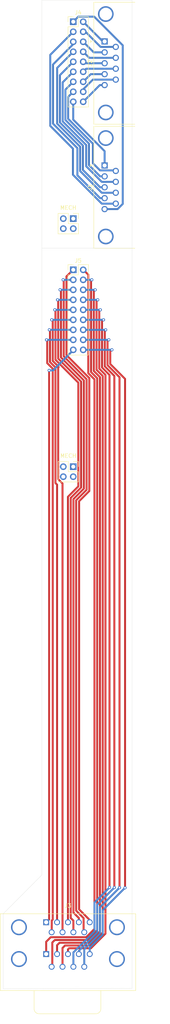
<source format=kicad_pcb>
(kicad_pcb (version 20171130) (host pcbnew "(5.1.6-0-10_14)")

  (general
    (thickness 1.6)
    (drawings 12)
    (tracks 262)
    (zones 0)
    (modules 7)
    (nets 37)
  )

  (page A4 portrait)
  (title_block
    (title "A600 Mouse/Joystick port relocator")
    (date 2020-10-01)
    (company "Gray Unicorn")
    (comment 1 "Adam Eberbach")
    (comment 2 "MIT License")
  )

  (layers
    (0 F.Cu signal)
    (31 B.Cu signal)
    (32 B.Adhes user hide)
    (33 F.Adhes user hide)
    (34 B.Paste user hide)
    (35 F.Paste user hide)
    (36 B.SilkS user hide)
    (37 F.SilkS user)
    (38 B.Mask user)
    (39 F.Mask user)
    (40 Dwgs.User user)
    (41 Cmts.User user)
    (42 Eco1.User user)
    (43 Eco2.User user)
    (44 Edge.Cuts user)
    (45 Margin user)
    (46 B.CrtYd user)
    (47 F.CrtYd user)
    (48 B.Fab user)
    (49 F.Fab user)
  )

  (setup
    (last_trace_width 0.5)
    (user_trace_width 0.5)
    (user_trace_width 1)
    (trace_clearance 0.2)
    (zone_clearance 0.508)
    (zone_45_only no)
    (trace_min 0.2)
    (via_size 0.8)
    (via_drill 0.4)
    (via_min_size 0.4)
    (via_min_drill 0.3)
    (uvia_size 0.3)
    (uvia_drill 0.1)
    (uvias_allowed no)
    (uvia_min_size 0.2)
    (uvia_min_drill 0.1)
    (edge_width 0.05)
    (segment_width 0.2)
    (pcb_text_width 0.3)
    (pcb_text_size 1.5 1.5)
    (mod_edge_width 0.12)
    (mod_text_size 1 1)
    (mod_text_width 0.15)
    (pad_size 1.524 1.524)
    (pad_drill 1.016)
    (pad_to_mask_clearance 0.05)
    (aux_axis_origin 0 0)
    (grid_origin 130.98526 109.00156)
    (visible_elements 7FFFFFFF)
    (pcbplotparams
      (layerselection 0x010fc_ffffffff)
      (usegerberextensions false)
      (usegerberattributes true)
      (usegerberadvancedattributes true)
      (creategerberjobfile true)
      (excludeedgelayer true)
      (linewidth 0.100000)
      (plotframeref false)
      (viasonmask false)
      (mode 1)
      (useauxorigin false)
      (hpglpennumber 1)
      (hpglpenspeed 20)
      (hpglpendiameter 15.000000)
      (psnegative false)
      (psa4output false)
      (plotreference true)
      (plotvalue true)
      (plotinvisibletext false)
      (padsonsilk false)
      (subtractmaskfromsilk false)
      (outputformat 1)
      (mirror false)
      (drillshape 1)
      (scaleselection 1)
      (outputdirectory ""))
  )

  (net 0 "")
  (net 1 "Net-(J1-Pad1)")
  (net 2 "Net-(J1-Pad2)")
  (net 3 "Net-(J1-Pad3)")
  (net 4 "Net-(J1-Pad4)")
  (net 5 "Net-(J1-Pad5)")
  (net 6 "Net-(J1-Pad6)")
  (net 7 "Net-(J1-Pad7)")
  (net 8 "Net-(J1-Pad8)")
  (net 9 "Net-(J1-Pad9)")
  (net 10 "Net-(J2-Pad9)")
  (net 11 "Net-(J2-Pad8)")
  (net 12 "Net-(J2-Pad7)")
  (net 13 "Net-(J2-Pad6)")
  (net 14 "Net-(J2-Pad5)")
  (net 15 "Net-(J2-Pad4)")
  (net 16 "Net-(J2-Pad3)")
  (net 17 "Net-(J2-Pad2)")
  (net 18 "Net-(J2-Pad1)")
  (net 19 "Net-(J3-PadA1)")
  (net 20 "Net-(J3-PadA6)")
  (net 21 "Net-(J3-PadA2)")
  (net 22 "Net-(J3-PadA7)")
  (net 23 "Net-(J3-PadA3)")
  (net 24 "Net-(J3-PadA8)")
  (net 25 "Net-(J3-PadA4)")
  (net 26 "Net-(J3-PadA9)")
  (net 27 "Net-(J3-PadA5)")
  (net 28 "Net-(J3-PadB1)")
  (net 29 "Net-(J3-PadB6)")
  (net 30 "Net-(J3-PadB2)")
  (net 31 "Net-(J3-PadB7)")
  (net 32 "Net-(J3-PadB3)")
  (net 33 "Net-(J3-PadB8)")
  (net 34 "Net-(J3-PadB4)")
  (net 35 "Net-(J3-PadB9)")
  (net 36 "Net-(J3-PadB5)")

  (net_class Default "This is the default net class."
    (clearance 0.2)
    (trace_width 0.25)
    (via_dia 0.8)
    (via_drill 0.4)
    (uvia_dia 0.3)
    (uvia_drill 0.1)
    (add_net "Net-(J1-Pad1)")
    (add_net "Net-(J1-Pad2)")
    (add_net "Net-(J1-Pad3)")
    (add_net "Net-(J1-Pad4)")
    (add_net "Net-(J1-Pad5)")
    (add_net "Net-(J1-Pad6)")
    (add_net "Net-(J1-Pad7)")
    (add_net "Net-(J1-Pad8)")
    (add_net "Net-(J1-Pad9)")
    (add_net "Net-(J2-Pad1)")
    (add_net "Net-(J2-Pad2)")
    (add_net "Net-(J2-Pad3)")
    (add_net "Net-(J2-Pad4)")
    (add_net "Net-(J2-Pad5)")
    (add_net "Net-(J2-Pad6)")
    (add_net "Net-(J2-Pad7)")
    (add_net "Net-(J2-Pad8)")
    (add_net "Net-(J2-Pad9)")
    (add_net "Net-(J3-PadA1)")
    (add_net "Net-(J3-PadA2)")
    (add_net "Net-(J3-PadA3)")
    (add_net "Net-(J3-PadA4)")
    (add_net "Net-(J3-PadA5)")
    (add_net "Net-(J3-PadA6)")
    (add_net "Net-(J3-PadA7)")
    (add_net "Net-(J3-PadA8)")
    (add_net "Net-(J3-PadA9)")
    (add_net "Net-(J3-PadB1)")
    (add_net "Net-(J3-PadB2)")
    (add_net "Net-(J3-PadB3)")
    (add_net "Net-(J3-PadB4)")
    (add_net "Net-(J3-PadB5)")
    (add_net "Net-(J3-PadB6)")
    (add_net "Net-(J3-PadB7)")
    (add_net "Net-(J3-PadB8)")
    (add_net "Net-(J3-PadB9)")
  )

  (module A600:CONN-DUAL-D-SUB-9POS-RA-SLDR (layer F.Cu) (tedit 5F72F312) (tstamp 5EE31203)
    (at 48.18634 262.2169)
    (path /5EE3188A)
    (fp_text reference J3 (at 0 -14.732) (layer F.SilkS)
      (effects (font (size 1 1) (thickness 0.15)))
    )
    (fp_text value DB9-Dual-Male (at 0.254 14.478) (layer F.Fab)
      (effects (font (size 1 1) (thickness 0.15)))
    )
    (fp_line (start 8.382 11.43) (end 8.382 6.858) (layer F.SilkS) (width 0.12))
    (fp_line (start -8.636 11.43) (end -8.636 6.858) (layer F.SilkS) (width 0.12))
    (fp_line (start -7.366 12.7) (end 7.112 12.7) (layer F.SilkS) (width 0.12))
    (fp_line (start 17.272 6.8072) (end -17.272 6.8072) (layer F.SilkS) (width 0.12))
    (fp_line (start 17.272 -12.7) (end 17.272 6.8072) (layer F.SilkS) (width 0.12))
    (fp_line (start -17.272 -12.7) (end -17.272 6.8072) (layer F.SilkS) (width 0.12))
    (fp_line (start -17.272 -12.7) (end 17.272 -12.7) (layer F.SilkS) (width 0.12))
    (fp_arc (start 7.112 11.43) (end 7.112 12.7) (angle -90) (layer F.SilkS) (width 0.12))
    (fp_arc (start -7.366 11.43) (end -8.636 11.43) (angle -90) (layer F.SilkS) (width 0.12))
    (pad "" thru_hole circle (at 12.4968 -1.1938) (size 4.064 4.064) (drill 3.302) (layers *.Cu *.Mask))
    (pad A1 thru_hole rect (at -5.5499 -10.541) (size 1.524 1.524) (drill 1.016) (layers *.Cu *.Mask)
      (net 19 "Net-(J3-PadA1)"))
    (pad "" thru_hole circle (at 12.4968 -9.271) (size 4.064 4.064) (drill 3.302) (layers *.Cu *.Mask))
    (pad "" thru_hole circle (at -12.4968 -9.271) (size 4.064 4.064) (drill 3.302) (layers *.Cu *.Mask))
    (pad "" thru_hole circle (at -12.4968 -1.1938) (size 4.064 4.064) (drill 3.302) (layers *.Cu *.Mask))
    (pad A6 thru_hole circle (at -4.162425 -8.001) (size 1.524 1.524) (drill 1.016) (layers *.Cu *.Mask)
      (net 20 "Net-(J3-PadA6)"))
    (pad A2 thru_hole circle (at -2.77495 -10.541) (size 1.524 1.524) (drill 1.016) (layers *.Cu *.Mask)
      (net 21 "Net-(J3-PadA2)"))
    (pad A7 thru_hole circle (at -1.387475 -8.001) (size 1.524 1.524) (drill 1.016) (layers *.Cu *.Mask)
      (net 22 "Net-(J3-PadA7)"))
    (pad A3 thru_hole circle (at 0 -10.541) (size 1.524 1.524) (drill 1.016) (layers *.Cu *.Mask)
      (net 23 "Net-(J3-PadA3)"))
    (pad A8 thru_hole circle (at 1.387475 -8.001) (size 1.524 1.524) (drill 1.016) (layers *.Cu *.Mask)
      (net 24 "Net-(J3-PadA8)"))
    (pad A4 thru_hole circle (at 2.77495 -10.541) (size 1.524 1.524) (drill 1.016) (layers *.Cu *.Mask)
      (net 25 "Net-(J3-PadA4)"))
    (pad A9 thru_hole circle (at 4.162425 -8.001) (size 1.524 1.524) (drill 1.016) (layers *.Cu *.Mask)
      (net 26 "Net-(J3-PadA9)"))
    (pad A5 thru_hole circle (at 5.5499 -10.541) (size 1.524 1.524) (drill 1.016) (layers *.Cu *.Mask)
      (net 27 "Net-(J3-PadA5)"))
    (pad B1 thru_hole rect (at -5.5499 -2.4638) (size 1.524 1.524) (drill 1.016) (layers *.Cu *.Mask)
      (net 28 "Net-(J3-PadB1)"))
    (pad B6 thru_hole circle (at -4.162425 0.762) (size 1.524 1.524) (drill 1.016) (layers *.Cu *.Mask)
      (net 29 "Net-(J3-PadB6)"))
    (pad B2 thru_hole circle (at -2.77495 -2.4638) (size 1.524 1.524) (drill 1.016) (layers *.Cu *.Mask)
      (net 30 "Net-(J3-PadB2)"))
    (pad B7 thru_hole circle (at -1.387475 0.762) (size 1.524 1.524) (drill 1.016) (layers *.Cu *.Mask)
      (net 31 "Net-(J3-PadB7)"))
    (pad B3 thru_hole circle (at 0 -2.4638) (size 1.524 1.524) (drill 1.016) (layers *.Cu *.Mask)
      (net 32 "Net-(J3-PadB3)"))
    (pad B8 thru_hole circle (at 1.387475 0.762) (size 1.524 1.524) (drill 1.016) (layers *.Cu *.Mask)
      (net 33 "Net-(J3-PadB8)"))
    (pad B4 thru_hole circle (at 2.77495 -2.4638) (size 1.524 1.524) (drill 1.016) (layers *.Cu *.Mask)
      (net 34 "Net-(J3-PadB4)"))
    (pad B9 thru_hole circle (at 4.162425 0.762) (size 1.524 1.524) (drill 1.016) (layers *.Cu *.Mask)
      (net 35 "Net-(J3-PadB9)"))
    (pad B5 thru_hole circle (at 5.5499 -2.4638) (size 1.524 1.524) (drill 1.016) (layers *.Cu *.Mask)
      (net 36 "Net-(J3-PadB5)"))
  )

  (module Connector_PinSocket_2.54mm:PinSocket_2x02_P2.54mm_Vertical locked (layer F.Cu) (tedit 5A19A426) (tstamp 5F7357EF)
    (at 49.53634 135.9769)
    (descr "Through hole straight socket strip, 2x02, 2.54mm pitch, double cols (from Kicad 4.0.7), script generated")
    (tags "Through hole socket strip THT 2x02 2.54mm double row")
    (fp_text reference MECH (at -1.27 -2.77) (layer F.SilkS)
      (effects (font (size 1 1) (thickness 0.15)))
    )
    (fp_text value PinSocket_2x02_P2.54mm_Vertical (at -1.27 5.31) (layer F.Fab)
      (effects (font (size 1 1) (thickness 0.15)))
    )
    (fp_line (start -4.34 4.3) (end -4.34 -1.8) (layer F.CrtYd) (width 0.05))
    (fp_line (start 1.76 4.3) (end -4.34 4.3) (layer F.CrtYd) (width 0.05))
    (fp_line (start 1.76 -1.8) (end 1.76 4.3) (layer F.CrtYd) (width 0.05))
    (fp_line (start -4.34 -1.8) (end 1.76 -1.8) (layer F.CrtYd) (width 0.05))
    (fp_line (start 0 -1.33) (end 1.33 -1.33) (layer F.SilkS) (width 0.12))
    (fp_line (start 1.33 -1.33) (end 1.33 0) (layer F.SilkS) (width 0.12))
    (fp_line (start -1.27 -1.33) (end -1.27 1.27) (layer F.SilkS) (width 0.12))
    (fp_line (start -1.27 1.27) (end 1.33 1.27) (layer F.SilkS) (width 0.12))
    (fp_line (start 1.33 1.27) (end 1.33 3.87) (layer F.SilkS) (width 0.12))
    (fp_line (start -3.87 3.87) (end 1.33 3.87) (layer F.SilkS) (width 0.12))
    (fp_line (start -3.87 -1.33) (end -3.87 3.87) (layer F.SilkS) (width 0.12))
    (fp_line (start -3.87 -1.33) (end -1.27 -1.33) (layer F.SilkS) (width 0.12))
    (fp_line (start -3.81 3.81) (end -3.81 -1.27) (layer F.Fab) (width 0.1))
    (fp_line (start 1.27 3.81) (end -3.81 3.81) (layer F.Fab) (width 0.1))
    (fp_line (start 1.27 -0.27) (end 1.27 3.81) (layer F.Fab) (width 0.1))
    (fp_line (start 0.27 -1.27) (end 1.27 -0.27) (layer F.Fab) (width 0.1))
    (fp_line (start -3.81 -1.27) (end 0.27 -1.27) (layer F.Fab) (width 0.1))
    (fp_text user %R (at -1.27 1.27 90) (layer F.Fab)
      (effects (font (size 1 1) (thickness 0.15)))
    )
    (pad 1 thru_hole rect (at 0 0) (size 1.7 1.7) (drill 1) (layers *.Cu *.Mask))
    (pad 2 thru_hole oval (at -2.54 0) (size 1.7 1.7) (drill 1) (layers *.Cu *.Mask))
    (pad 3 thru_hole oval (at 0 2.54) (size 1.7 1.7) (drill 1) (layers *.Cu *.Mask))
    (pad 4 thru_hole oval (at -2.54 2.54) (size 1.7 1.7) (drill 1) (layers *.Cu *.Mask))
    (model ${KISYS3DMOD}/Connector_PinSocket_2.54mm.3dshapes/PinSocket_2x02_P2.54mm_Vertical.wrl
      (at (xyz 0 0 0))
      (scale (xyz 1 1 1))
      (rotate (xyz 0 0 0))
    )
  )

  (module Connector_PinSocket_2.54mm:PinSocket_2x02_P2.54mm_Vertical locked (layer F.Cu) (tedit 5A19A426) (tstamp 5F7355D3)
    (at 49.53634 72.9769)
    (descr "Through hole straight socket strip, 2x02, 2.54mm pitch, double cols (from Kicad 4.0.7), script generated")
    (tags "Through hole socket strip THT 2x02 2.54mm double row")
    (fp_text reference MECH (at -1.27 -2.77) (layer F.SilkS)
      (effects (font (size 1 1) (thickness 0.15)))
    )
    (fp_text value PinSocket_2x02_P2.54mm_Vertical (at -1.27 5.31) (layer F.Fab)
      (effects (font (size 1 1) (thickness 0.15)))
    )
    (fp_line (start -4.34 4.3) (end -4.34 -1.8) (layer F.CrtYd) (width 0.05))
    (fp_line (start 1.76 4.3) (end -4.34 4.3) (layer F.CrtYd) (width 0.05))
    (fp_line (start 1.76 -1.8) (end 1.76 4.3) (layer F.CrtYd) (width 0.05))
    (fp_line (start -4.34 -1.8) (end 1.76 -1.8) (layer F.CrtYd) (width 0.05))
    (fp_line (start 0 -1.33) (end 1.33 -1.33) (layer F.SilkS) (width 0.12))
    (fp_line (start 1.33 -1.33) (end 1.33 0) (layer F.SilkS) (width 0.12))
    (fp_line (start -1.27 -1.33) (end -1.27 1.27) (layer F.SilkS) (width 0.12))
    (fp_line (start -1.27 1.27) (end 1.33 1.27) (layer F.SilkS) (width 0.12))
    (fp_line (start 1.33 1.27) (end 1.33 3.87) (layer F.SilkS) (width 0.12))
    (fp_line (start -3.87 3.87) (end 1.33 3.87) (layer F.SilkS) (width 0.12))
    (fp_line (start -3.87 -1.33) (end -3.87 3.87) (layer F.SilkS) (width 0.12))
    (fp_line (start -3.87 -1.33) (end -1.27 -1.33) (layer F.SilkS) (width 0.12))
    (fp_line (start -3.81 3.81) (end -3.81 -1.27) (layer F.Fab) (width 0.1))
    (fp_line (start 1.27 3.81) (end -3.81 3.81) (layer F.Fab) (width 0.1))
    (fp_line (start 1.27 -0.27) (end 1.27 3.81) (layer F.Fab) (width 0.1))
    (fp_line (start 0.27 -1.27) (end 1.27 -0.27) (layer F.Fab) (width 0.1))
    (fp_line (start -3.81 -1.27) (end 0.27 -1.27) (layer F.Fab) (width 0.1))
    (fp_text user %R (at -1.27 1.27 90) (layer F.Fab)
      (effects (font (size 1 1) (thickness 0.15)))
    )
    (pad 4 thru_hole oval (at -2.54 2.54) (size 1.7 1.7) (drill 1) (layers *.Cu *.Mask))
    (pad 3 thru_hole oval (at 0 2.54) (size 1.7 1.7) (drill 1) (layers *.Cu *.Mask))
    (pad 2 thru_hole oval (at -2.54 0) (size 1.7 1.7) (drill 1) (layers *.Cu *.Mask))
    (pad 1 thru_hole rect (at 0 0) (size 1.7 1.7) (drill 1) (layers *.Cu *.Mask))
    (model ${KISYS3DMOD}/Connector_PinSocket_2.54mm.3dshapes/PinSocket_2x02_P2.54mm_Vertical.wrl
      (at (xyz 0 0 0))
      (scale (xyz 1 1 1))
      (rotate (xyz 0 0 0))
    )
  )

  (module Connector_Dsub:DSUB-9_Female_Horizontal_P2.77x2.84mm_EdgePinOffset4.94mm_Housed_MountingHolesOffset7.48mm locked (layer F.Cu) (tedit 59FEDEE2) (tstamp 5EE311AC)
    (at 57.53634 59.4769 90)
    (descr "9-pin D-Sub connector, horizontal/angled (90 deg), THT-mount, female, pitch 2.77x2.84mm, pin-PCB-offset 4.9399999999999995mm, distance of mounting holes 25mm, distance of mounting holes to PCB edge 7.4799999999999995mm, see https://disti-assets.s3.amazonaws.com/tonar/files/datasheets/16730.pdf")
    (tags "9-pin D-Sub connector horizontal angled 90deg THT female pitch 2.77x2.84mm pin-PCB-offset 4.9399999999999995mm mounting-holes-distance 25mm mounting-hole-offset 25mm")
    (path /5EE33114)
    (fp_text reference J1 (at -5.54 -3.7 90) (layer F.SilkS)
      (effects (font (size 1 1) (thickness 0.15)))
    )
    (fp_text value DB9_Female (at -5.54 15.85 90) (layer F.Fab)
      (effects (font (size 1 1) (thickness 0.15)))
    )
    (fp_line (start 10.4 -3.25) (end -21.5 -3.25) (layer F.CrtYd) (width 0.05))
    (fp_line (start 10.4 14.85) (end 10.4 -3.25) (layer F.CrtYd) (width 0.05))
    (fp_line (start -21.5 14.85) (end 10.4 14.85) (layer F.CrtYd) (width 0.05))
    (fp_line (start -21.5 -3.25) (end -21.5 14.85) (layer F.CrtYd) (width 0.05))
    (fp_line (start 0 -3.221325) (end -0.25 -3.654338) (layer F.SilkS) (width 0.12))
    (fp_line (start 0.25 -3.654338) (end 0 -3.221325) (layer F.SilkS) (width 0.12))
    (fp_line (start -0.25 -3.654338) (end 0.25 -3.654338) (layer F.SilkS) (width 0.12))
    (fp_line (start 9.945 -2.76) (end 9.945 7.72) (layer F.SilkS) (width 0.12))
    (fp_line (start -21.025 -2.76) (end 9.945 -2.76) (layer F.SilkS) (width 0.12))
    (fp_line (start -21.025 7.72) (end -21.025 -2.76) (layer F.SilkS) (width 0.12))
    (fp_line (start 8.56 7.78) (end 8.56 0.3) (layer F.Fab) (width 0.1))
    (fp_line (start 5.36 7.78) (end 5.36 0.3) (layer F.Fab) (width 0.1))
    (fp_line (start -16.44 7.78) (end -16.44 0.3) (layer F.Fab) (width 0.1))
    (fp_line (start -19.64 7.78) (end -19.64 0.3) (layer F.Fab) (width 0.1))
    (fp_line (start 9.46 8.18) (end 4.46 8.18) (layer F.Fab) (width 0.1))
    (fp_line (start 9.46 13.18) (end 9.46 8.18) (layer F.Fab) (width 0.1))
    (fp_line (start 4.46 13.18) (end 9.46 13.18) (layer F.Fab) (width 0.1))
    (fp_line (start 4.46 8.18) (end 4.46 13.18) (layer F.Fab) (width 0.1))
    (fp_line (start -15.54 8.18) (end -20.54 8.18) (layer F.Fab) (width 0.1))
    (fp_line (start -15.54 13.18) (end -15.54 8.18) (layer F.Fab) (width 0.1))
    (fp_line (start -20.54 13.18) (end -15.54 13.18) (layer F.Fab) (width 0.1))
    (fp_line (start -20.54 8.18) (end -20.54 13.18) (layer F.Fab) (width 0.1))
    (fp_line (start 2.61 8.18) (end -13.69 8.18) (layer F.Fab) (width 0.1))
    (fp_line (start 2.61 14.35) (end 2.61 8.18) (layer F.Fab) (width 0.1))
    (fp_line (start -13.69 14.35) (end 2.61 14.35) (layer F.Fab) (width 0.1))
    (fp_line (start -13.69 8.18) (end -13.69 14.35) (layer F.Fab) (width 0.1))
    (fp_line (start 9.885 7.78) (end -20.965 7.78) (layer F.Fab) (width 0.1))
    (fp_line (start 9.885 8.18) (end 9.885 7.78) (layer F.Fab) (width 0.1))
    (fp_line (start -20.965 8.18) (end 9.885 8.18) (layer F.Fab) (width 0.1))
    (fp_line (start -20.965 7.78) (end -20.965 8.18) (layer F.Fab) (width 0.1))
    (fp_line (start 9.885 -2.7) (end -20.965 -2.7) (layer F.Fab) (width 0.1))
    (fp_line (start 9.885 7.78) (end 9.885 -2.7) (layer F.Fab) (width 0.1))
    (fp_line (start -20.965 7.78) (end 9.885 7.78) (layer F.Fab) (width 0.1))
    (fp_line (start -20.965 -2.7) (end -20.965 7.78) (layer F.Fab) (width 0.1))
    (fp_arc (start -18.04 0.3) (end -19.64 0.3) (angle 180) (layer F.Fab) (width 0.1))
    (fp_arc (start 6.96 0.3) (end 5.36 0.3) (angle 180) (layer F.Fab) (width 0.1))
    (fp_text user %R (at -5.54 11.265 90) (layer F.Fab)
      (effects (font (size 1 1) (thickness 0.15)))
    )
    (pad 1 thru_hole rect (at 0 0 90) (size 1.6 1.6) (drill 1) (layers *.Cu *.Mask)
      (net 1 "Net-(J1-Pad1)"))
    (pad 2 thru_hole circle (at -2.77 0 90) (size 1.6 1.6) (drill 1) (layers *.Cu *.Mask)
      (net 2 "Net-(J1-Pad2)"))
    (pad 3 thru_hole circle (at -5.54 0 90) (size 1.6 1.6) (drill 1) (layers *.Cu *.Mask)
      (net 3 "Net-(J1-Pad3)"))
    (pad 4 thru_hole circle (at -8.31 0 90) (size 1.6 1.6) (drill 1) (layers *.Cu *.Mask)
      (net 4 "Net-(J1-Pad4)"))
    (pad 5 thru_hole circle (at -11.08 0 90) (size 1.6 1.6) (drill 1) (layers *.Cu *.Mask)
      (net 5 "Net-(J1-Pad5)"))
    (pad 6 thru_hole circle (at -1.385 2.84 90) (size 1.6 1.6) (drill 1) (layers *.Cu *.Mask)
      (net 6 "Net-(J1-Pad6)"))
    (pad 7 thru_hole circle (at -4.155 2.84 90) (size 1.6 1.6) (drill 1) (layers *.Cu *.Mask)
      (net 7 "Net-(J1-Pad7)"))
    (pad 8 thru_hole circle (at -6.925 2.84 90) (size 1.6 1.6) (drill 1) (layers *.Cu *.Mask)
      (net 8 "Net-(J1-Pad8)"))
    (pad 9 thru_hole circle (at -9.695 2.84 90) (size 1.6 1.6) (drill 1) (layers *.Cu *.Mask)
      (net 9 "Net-(J1-Pad9)"))
    (pad 0 thru_hole circle (at -18.04 0.3 90) (size 4 4) (drill 3.2) (layers *.Cu *.Mask))
    (pad 0 thru_hole circle (at 6.96 0.3 90) (size 4 4) (drill 3.2) (layers *.Cu *.Mask))
    (model ${KISYS3DMOD}/Connector_Dsub.3dshapes/DSUB-9_Female_Horizontal_P2.77x2.84mm_EdgePinOffset4.94mm_Housed_MountingHolesOffset7.48mm.wrl
      (at (xyz 0 0 0))
      (scale (xyz 1 1 1))
      (rotate (xyz 0 0 0))
    )
  )

  (module Connector_Dsub:DSUB-9_Female_Horizontal_P2.77x2.84mm_EdgePinOffset4.94mm_Housed_MountingHolesOffset7.48mm locked (layer F.Cu) (tedit 59FEDEE2) (tstamp 5EE311E0)
    (at 57.53634 27.9769 90)
    (descr "9-pin D-Sub connector, horizontal/angled (90 deg), THT-mount, female, pitch 2.77x2.84mm, pin-PCB-offset 4.9399999999999995mm, distance of mounting holes 25mm, distance of mounting holes to PCB edge 7.4799999999999995mm, see https://disti-assets.s3.amazonaws.com/tonar/files/datasheets/16730.pdf")
    (tags "9-pin D-Sub connector horizontal angled 90deg THT female pitch 2.77x2.84mm pin-PCB-offset 4.9399999999999995mm mounting-holes-distance 25mm mounting-hole-offset 25mm")
    (path /5EE370FC)
    (fp_text reference J2 (at -5.54 -3.7 90) (layer F.SilkS)
      (effects (font (size 1 1) (thickness 0.15)))
    )
    (fp_text value DB9_Female (at -5.54 15.85 90) (layer F.Fab)
      (effects (font (size 1 1) (thickness 0.15)))
    )
    (fp_line (start -20.965 -2.7) (end -20.965 7.78) (layer F.Fab) (width 0.1))
    (fp_line (start -20.965 7.78) (end 9.885 7.78) (layer F.Fab) (width 0.1))
    (fp_line (start 9.885 7.78) (end 9.885 -2.7) (layer F.Fab) (width 0.1))
    (fp_line (start 9.885 -2.7) (end -20.965 -2.7) (layer F.Fab) (width 0.1))
    (fp_line (start -20.965 7.78) (end -20.965 8.18) (layer F.Fab) (width 0.1))
    (fp_line (start -20.965 8.18) (end 9.885 8.18) (layer F.Fab) (width 0.1))
    (fp_line (start 9.885 8.18) (end 9.885 7.78) (layer F.Fab) (width 0.1))
    (fp_line (start 9.885 7.78) (end -20.965 7.78) (layer F.Fab) (width 0.1))
    (fp_line (start -13.69 8.18) (end -13.69 14.35) (layer F.Fab) (width 0.1))
    (fp_line (start -13.69 14.35) (end 2.61 14.35) (layer F.Fab) (width 0.1))
    (fp_line (start 2.61 14.35) (end 2.61 8.18) (layer F.Fab) (width 0.1))
    (fp_line (start 2.61 8.18) (end -13.69 8.18) (layer F.Fab) (width 0.1))
    (fp_line (start -20.54 8.18) (end -20.54 13.18) (layer F.Fab) (width 0.1))
    (fp_line (start -20.54 13.18) (end -15.54 13.18) (layer F.Fab) (width 0.1))
    (fp_line (start -15.54 13.18) (end -15.54 8.18) (layer F.Fab) (width 0.1))
    (fp_line (start -15.54 8.18) (end -20.54 8.18) (layer F.Fab) (width 0.1))
    (fp_line (start 4.46 8.18) (end 4.46 13.18) (layer F.Fab) (width 0.1))
    (fp_line (start 4.46 13.18) (end 9.46 13.18) (layer F.Fab) (width 0.1))
    (fp_line (start 9.46 13.18) (end 9.46 8.18) (layer F.Fab) (width 0.1))
    (fp_line (start 9.46 8.18) (end 4.46 8.18) (layer F.Fab) (width 0.1))
    (fp_line (start -19.64 7.78) (end -19.64 0.3) (layer F.Fab) (width 0.1))
    (fp_line (start -16.44 7.78) (end -16.44 0.3) (layer F.Fab) (width 0.1))
    (fp_line (start 5.36 7.78) (end 5.36 0.3) (layer F.Fab) (width 0.1))
    (fp_line (start 8.56 7.78) (end 8.56 0.3) (layer F.Fab) (width 0.1))
    (fp_line (start -21.025 7.72) (end -21.025 -2.76) (layer F.SilkS) (width 0.12))
    (fp_line (start -21.025 -2.76) (end 9.945 -2.76) (layer F.SilkS) (width 0.12))
    (fp_line (start 9.945 -2.76) (end 9.945 7.72) (layer F.SilkS) (width 0.12))
    (fp_line (start -0.25 -3.654338) (end 0.25 -3.654338) (layer F.SilkS) (width 0.12))
    (fp_line (start 0.25 -3.654338) (end 0 -3.221325) (layer F.SilkS) (width 0.12))
    (fp_line (start 0 -3.221325) (end -0.25 -3.654338) (layer F.SilkS) (width 0.12))
    (fp_line (start -21.5 -3.25) (end -21.5 14.85) (layer F.CrtYd) (width 0.05))
    (fp_line (start -21.5 14.85) (end 10.4 14.85) (layer F.CrtYd) (width 0.05))
    (fp_line (start 10.4 14.85) (end 10.4 -3.25) (layer F.CrtYd) (width 0.05))
    (fp_line (start 10.4 -3.25) (end -21.5 -3.25) (layer F.CrtYd) (width 0.05))
    (fp_text user %R (at -5.54 11.265 90) (layer F.Fab)
      (effects (font (size 1 1) (thickness 0.15)))
    )
    (fp_arc (start 6.96 0.3) (end 5.36 0.3) (angle 180) (layer F.Fab) (width 0.1))
    (fp_arc (start -18.04 0.3) (end -19.64 0.3) (angle 180) (layer F.Fab) (width 0.1))
    (pad 0 thru_hole circle (at 6.96 0.3 90) (size 4 4) (drill 3.2) (layers *.Cu *.Mask))
    (pad 0 thru_hole circle (at -18.04 0.3 90) (size 4 4) (drill 3.2) (layers *.Cu *.Mask))
    (pad 9 thru_hole circle (at -9.695 2.84 90) (size 1.6 1.6) (drill 1) (layers *.Cu *.Mask)
      (net 10 "Net-(J2-Pad9)"))
    (pad 8 thru_hole circle (at -6.925 2.84 90) (size 1.6 1.6) (drill 1) (layers *.Cu *.Mask)
      (net 11 "Net-(J2-Pad8)"))
    (pad 7 thru_hole circle (at -4.155 2.84 90) (size 1.6 1.6) (drill 1) (layers *.Cu *.Mask)
      (net 12 "Net-(J2-Pad7)"))
    (pad 6 thru_hole circle (at -1.385 2.84 90) (size 1.6 1.6) (drill 1) (layers *.Cu *.Mask)
      (net 13 "Net-(J2-Pad6)"))
    (pad 5 thru_hole circle (at -11.08 0 90) (size 1.6 1.6) (drill 1) (layers *.Cu *.Mask)
      (net 14 "Net-(J2-Pad5)"))
    (pad 4 thru_hole circle (at -8.31 0 90) (size 1.6 1.6) (drill 1) (layers *.Cu *.Mask)
      (net 15 "Net-(J2-Pad4)"))
    (pad 3 thru_hole circle (at -5.54 0 90) (size 1.6 1.6) (drill 1) (layers *.Cu *.Mask)
      (net 16 "Net-(J2-Pad3)"))
    (pad 2 thru_hole circle (at -2.77 0 90) (size 1.6 1.6) (drill 1) (layers *.Cu *.Mask)
      (net 17 "Net-(J2-Pad2)"))
    (pad 1 thru_hole rect (at 0 0 90) (size 1.6 1.6) (drill 1) (layers *.Cu *.Mask)
      (net 18 "Net-(J2-Pad1)"))
    (model ${KISYS3DMOD}/Connector_Dsub.3dshapes/DSUB-9_Female_Horizontal_P2.77x2.84mm_EdgePinOffset4.94mm_Housed_MountingHolesOffset7.48mm.wrl
      (at (xyz 0 0 0))
      (scale (xyz 1 1 1))
      (rotate (xyz 0 0 0))
    )
  )

  (module Connector_PinHeader_2.54mm:PinHeader_2x09_P2.54mm_Vertical locked (layer F.Cu) (tedit 59FED5CC) (tstamp 5F734E1B)
    (at 49.53634 22.9769)
    (descr "Through hole straight pin header, 2x09, 2.54mm pitch, double rows")
    (tags "Through hole pin header THT 2x09 2.54mm double row")
    (path /5F743026)
    (fp_text reference J4 (at 1.27 -2.33) (layer F.SilkS)
      (effects (font (size 1 1) (thickness 0.15)))
    )
    (fp_text value Conn_02x09_Odd_Even (at 1.27 22.65) (layer F.Fab)
      (effects (font (size 1 1) (thickness 0.15)))
    )
    (fp_line (start 0 -1.27) (end 3.81 -1.27) (layer F.Fab) (width 0.1))
    (fp_line (start 3.81 -1.27) (end 3.81 21.59) (layer F.Fab) (width 0.1))
    (fp_line (start 3.81 21.59) (end -1.27 21.59) (layer F.Fab) (width 0.1))
    (fp_line (start -1.27 21.59) (end -1.27 0) (layer F.Fab) (width 0.1))
    (fp_line (start -1.27 0) (end 0 -1.27) (layer F.Fab) (width 0.1))
    (fp_line (start -1.33 21.65) (end 3.87 21.65) (layer F.SilkS) (width 0.12))
    (fp_line (start -1.33 1.27) (end -1.33 21.65) (layer F.SilkS) (width 0.12))
    (fp_line (start 3.87 -1.33) (end 3.87 21.65) (layer F.SilkS) (width 0.12))
    (fp_line (start -1.33 1.27) (end 1.27 1.27) (layer F.SilkS) (width 0.12))
    (fp_line (start 1.27 1.27) (end 1.27 -1.33) (layer F.SilkS) (width 0.12))
    (fp_line (start 1.27 -1.33) (end 3.87 -1.33) (layer F.SilkS) (width 0.12))
    (fp_line (start -1.33 0) (end -1.33 -1.33) (layer F.SilkS) (width 0.12))
    (fp_line (start -1.33 -1.33) (end 0 -1.33) (layer F.SilkS) (width 0.12))
    (fp_line (start -1.8 -1.8) (end -1.8 22.1) (layer F.CrtYd) (width 0.05))
    (fp_line (start -1.8 22.1) (end 4.35 22.1) (layer F.CrtYd) (width 0.05))
    (fp_line (start 4.35 22.1) (end 4.35 -1.8) (layer F.CrtYd) (width 0.05))
    (fp_line (start 4.35 -1.8) (end -1.8 -1.8) (layer F.CrtYd) (width 0.05))
    (fp_text user %R (at 1.27 10.16 90) (layer F.Fab)
      (effects (font (size 1 1) (thickness 0.15)))
    )
    (pad 1 thru_hole rect (at 0 0) (size 1.7 1.7) (drill 1) (layers *.Cu *.Mask)
      (net 5 "Net-(J1-Pad5)"))
    (pad 2 thru_hole oval (at 2.54 0) (size 1.7 1.7) (drill 1) (layers *.Cu *.Mask)
      (net 18 "Net-(J2-Pad1)"))
    (pad 3 thru_hole oval (at 0 2.54) (size 1.7 1.7) (drill 1) (layers *.Cu *.Mask)
      (net 9 "Net-(J1-Pad9)"))
    (pad 4 thru_hole oval (at 2.54 2.54) (size 1.7 1.7) (drill 1) (layers *.Cu *.Mask)
      (net 13 "Net-(J2-Pad6)"))
    (pad 5 thru_hole oval (at 0 5.08) (size 1.7 1.7) (drill 1) (layers *.Cu *.Mask)
      (net 4 "Net-(J1-Pad4)"))
    (pad 6 thru_hole oval (at 2.54 5.08) (size 1.7 1.7) (drill 1) (layers *.Cu *.Mask)
      (net 17 "Net-(J2-Pad2)"))
    (pad 7 thru_hole oval (at 0 7.62) (size 1.7 1.7) (drill 1) (layers *.Cu *.Mask)
      (net 8 "Net-(J1-Pad8)"))
    (pad 8 thru_hole oval (at 2.54 7.62) (size 1.7 1.7) (drill 1) (layers *.Cu *.Mask)
      (net 12 "Net-(J2-Pad7)"))
    (pad 9 thru_hole oval (at 0 10.16) (size 1.7 1.7) (drill 1) (layers *.Cu *.Mask)
      (net 3 "Net-(J1-Pad3)"))
    (pad 10 thru_hole oval (at 2.54 10.16) (size 1.7 1.7) (drill 1) (layers *.Cu *.Mask)
      (net 16 "Net-(J2-Pad3)"))
    (pad 11 thru_hole oval (at 0 12.7) (size 1.7 1.7) (drill 1) (layers *.Cu *.Mask)
      (net 7 "Net-(J1-Pad7)"))
    (pad 12 thru_hole oval (at 2.54 12.7) (size 1.7 1.7) (drill 1) (layers *.Cu *.Mask)
      (net 11 "Net-(J2-Pad8)"))
    (pad 13 thru_hole oval (at 0 15.24) (size 1.7 1.7) (drill 1) (layers *.Cu *.Mask)
      (net 2 "Net-(J1-Pad2)"))
    (pad 14 thru_hole oval (at 2.54 15.24) (size 1.7 1.7) (drill 1) (layers *.Cu *.Mask)
      (net 15 "Net-(J2-Pad4)"))
    (pad 15 thru_hole oval (at 0 17.78) (size 1.7 1.7) (drill 1) (layers *.Cu *.Mask)
      (net 6 "Net-(J1-Pad6)"))
    (pad 16 thru_hole oval (at 2.54 17.78) (size 1.7 1.7) (drill 1) (layers *.Cu *.Mask)
      (net 10 "Net-(J2-Pad9)"))
    (pad 17 thru_hole oval (at 0 20.32) (size 1.7 1.7) (drill 1) (layers *.Cu *.Mask)
      (net 1 "Net-(J1-Pad1)"))
    (pad 18 thru_hole oval (at 2.54 20.32) (size 1.7 1.7) (drill 1) (layers *.Cu *.Mask)
      (net 14 "Net-(J2-Pad5)"))
    (model ${KISYS3DMOD}/Connector_PinHeader_2.54mm.3dshapes/PinHeader_2x09_P2.54mm_Vertical.wrl
      (at (xyz 0 0 0))
      (scale (xyz 1 1 1))
      (rotate (xyz 0 0 0))
    )
  )

  (module Connector_PinHeader_2.54mm:PinHeader_2x09_P2.54mm_Vertical locked (layer F.Cu) (tedit 59FED5CC) (tstamp 5F734E43)
    (at 49.53634 85.9769)
    (descr "Through hole straight pin header, 2x09, 2.54mm pitch, double rows")
    (tags "Through hole pin header THT 2x09 2.54mm double row")
    (path /5F74A4B2)
    (fp_text reference J5 (at 1.27 -2.33) (layer F.SilkS)
      (effects (font (size 1 1) (thickness 0.15)))
    )
    (fp_text value Conn_02x09_Odd_Even (at 1.27 22.65) (layer F.Fab)
      (effects (font (size 1 1) (thickness 0.15)))
    )
    (fp_line (start 4.35 -1.8) (end -1.8 -1.8) (layer F.CrtYd) (width 0.05))
    (fp_line (start 4.35 22.1) (end 4.35 -1.8) (layer F.CrtYd) (width 0.05))
    (fp_line (start -1.8 22.1) (end 4.35 22.1) (layer F.CrtYd) (width 0.05))
    (fp_line (start -1.8 -1.8) (end -1.8 22.1) (layer F.CrtYd) (width 0.05))
    (fp_line (start -1.33 -1.33) (end 0 -1.33) (layer F.SilkS) (width 0.12))
    (fp_line (start -1.33 0) (end -1.33 -1.33) (layer F.SilkS) (width 0.12))
    (fp_line (start 1.27 -1.33) (end 3.87 -1.33) (layer F.SilkS) (width 0.12))
    (fp_line (start 1.27 1.27) (end 1.27 -1.33) (layer F.SilkS) (width 0.12))
    (fp_line (start -1.33 1.27) (end 1.27 1.27) (layer F.SilkS) (width 0.12))
    (fp_line (start 3.87 -1.33) (end 3.87 21.65) (layer F.SilkS) (width 0.12))
    (fp_line (start -1.33 1.27) (end -1.33 21.65) (layer F.SilkS) (width 0.12))
    (fp_line (start -1.33 21.65) (end 3.87 21.65) (layer F.SilkS) (width 0.12))
    (fp_line (start -1.27 0) (end 0 -1.27) (layer F.Fab) (width 0.1))
    (fp_line (start -1.27 21.59) (end -1.27 0) (layer F.Fab) (width 0.1))
    (fp_line (start 3.81 21.59) (end -1.27 21.59) (layer F.Fab) (width 0.1))
    (fp_line (start 3.81 -1.27) (end 3.81 21.59) (layer F.Fab) (width 0.1))
    (fp_line (start 0 -1.27) (end 3.81 -1.27) (layer F.Fab) (width 0.1))
    (fp_text user %R (at 1.27 10.16 90) (layer F.Fab)
      (effects (font (size 1 1) (thickness 0.15)))
    )
    (pad 18 thru_hole oval (at 2.54 20.32) (size 1.7 1.7) (drill 1) (layers *.Cu *.Mask)
      (net 36 "Net-(J3-PadB5)"))
    (pad 17 thru_hole oval (at 0 20.32) (size 1.7 1.7) (drill 1) (layers *.Cu *.Mask)
      (net 19 "Net-(J3-PadA1)"))
    (pad 16 thru_hole oval (at 2.54 17.78) (size 1.7 1.7) (drill 1) (layers *.Cu *.Mask)
      (net 35 "Net-(J3-PadB9)"))
    (pad 15 thru_hole oval (at 0 17.78) (size 1.7 1.7) (drill 1) (layers *.Cu *.Mask)
      (net 20 "Net-(J3-PadA6)"))
    (pad 14 thru_hole oval (at 2.54 15.24) (size 1.7 1.7) (drill 1) (layers *.Cu *.Mask)
      (net 34 "Net-(J3-PadB4)"))
    (pad 13 thru_hole oval (at 0 15.24) (size 1.7 1.7) (drill 1) (layers *.Cu *.Mask)
      (net 21 "Net-(J3-PadA2)"))
    (pad 12 thru_hole oval (at 2.54 12.7) (size 1.7 1.7) (drill 1) (layers *.Cu *.Mask)
      (net 33 "Net-(J3-PadB8)"))
    (pad 11 thru_hole oval (at 0 12.7) (size 1.7 1.7) (drill 1) (layers *.Cu *.Mask)
      (net 22 "Net-(J3-PadA7)"))
    (pad 10 thru_hole oval (at 2.54 10.16) (size 1.7 1.7) (drill 1) (layers *.Cu *.Mask)
      (net 32 "Net-(J3-PadB3)"))
    (pad 9 thru_hole oval (at 0 10.16) (size 1.7 1.7) (drill 1) (layers *.Cu *.Mask)
      (net 23 "Net-(J3-PadA3)"))
    (pad 8 thru_hole oval (at 2.54 7.62) (size 1.7 1.7) (drill 1) (layers *.Cu *.Mask)
      (net 31 "Net-(J3-PadB7)"))
    (pad 7 thru_hole oval (at 0 7.62) (size 1.7 1.7) (drill 1) (layers *.Cu *.Mask)
      (net 24 "Net-(J3-PadA8)"))
    (pad 6 thru_hole oval (at 2.54 5.08) (size 1.7 1.7) (drill 1) (layers *.Cu *.Mask)
      (net 30 "Net-(J3-PadB2)"))
    (pad 5 thru_hole oval (at 0 5.08) (size 1.7 1.7) (drill 1) (layers *.Cu *.Mask)
      (net 25 "Net-(J3-PadA4)"))
    (pad 4 thru_hole oval (at 2.54 2.54) (size 1.7 1.7) (drill 1) (layers *.Cu *.Mask)
      (net 29 "Net-(J3-PadB6)"))
    (pad 3 thru_hole oval (at 0 2.54) (size 1.7 1.7) (drill 1) (layers *.Cu *.Mask)
      (net 26 "Net-(J3-PadA9)"))
    (pad 2 thru_hole oval (at 2.54 0) (size 1.7 1.7) (drill 1) (layers *.Cu *.Mask)
      (net 28 "Net-(J3-PadB1)"))
    (pad 1 thru_hole rect (at 0 0) (size 1.7 1.7) (drill 1) (layers *.Cu *.Mask)
      (net 27 "Net-(J3-PadA5)"))
    (model ${KISYS3DMOD}/Connector_PinHeader_2.54mm.3dshapes/PinHeader_2x09_P2.54mm_Vertical.wrl
      (at (xyz 0 0 0))
      (scale (xyz 1 1 1))
      (rotate (xyz 0 0 0))
    )
  )

  (gr_line (start 31.67634 249.5169) (end 41.53634 239.6569) (layer Edge.Cuts) (width 0.05))
  (gr_line (start 31.67634 268.5669) (end 31.67634 249.5169) (layer Edge.Cuts) (width 0.05))
  (gr_line (start 64.53634 268.4769) (end 31.67634 268.5669) (layer Edge.Cuts) (width 0.05))
  (gr_text "2.4mm PCB" (at 49.45634 82.6469) (layer Dwgs.User) (tstamp 5F7357E1)
    (effects (font (size 1 1) (thickness 0.15)))
  )
  (gr_line (start 41.53634 80.4769) (end 41.53634 239.6569) (layer Edge.Cuts) (width 0.05) (tstamp 5F7357DD))
  (gr_line (start 64.53634 268.4769) (end 64.53634 80.4769) (layer Edge.Cuts) (width 0.05) (tstamp 5F7357DC))
  (gr_line (start 41.53634 80.4769) (end 64.53634 80.4769) (layer Edge.Cuts) (width 0.05) (tstamp 5F7357DB))
  (gr_line (start 64.53634 80.4769) (end 64.53634 17.4769) (layer Edge.Cuts) (width 0.05) (tstamp 5F7352D5))
  (gr_line (start 41.53634 80.4769) (end 64.53634 80.4769) (layer Edge.Cuts) (width 0.05))
  (gr_line (start 41.53634 17.4769) (end 41.53634 80.4769) (layer Edge.Cuts) (width 0.05))
  (gr_line (start 41.53634 17.4769) (end 64.53634 17.4769) (layer Edge.Cuts) (width 0.05))
  (gr_text "2.4mm PCB" (at 49.45634 19.6469) (layer Dwgs.User)
    (effects (font (size 1 1) (thickness 0.15)))
  )

  (via (at 54.2671 88.51392) (size 0.8) (drill 0.4) (layers F.Cu B.Cu) (net 29))
  (via (at 55.12816 91.06408) (size 0.8) (drill 0.4) (layers F.Cu B.Cu) (net 30))
  (via (at 55.7784 93.59392) (size 0.8) (drill 0.4) (layers F.Cu B.Cu) (net 31))
  (via (at 56.44134 96.13646) (size 0.8) (drill 0.4) (layers F.Cu B.Cu) (net 32))
  (via (at 57.25668 98.67646) (size 0.8) (drill 0.4) (layers F.Cu B.Cu) (net 33))
  (via (at 57.80786 101.22408) (size 0.8) (drill 0.4) (layers F.Cu B.Cu) (net 34))
  (via (at 58.60542 103.75392) (size 0.8) (drill 0.4) (layers F.Cu B.Cu) (net 35))
  (via (at 59.39282 106.29646) (size 0.8) (drill 0.4) (layers F.Cu B.Cu) (net 36))
  (via (at 46.18228 91.04884) (size 0.8) (drill 0.4) (layers F.Cu B.Cu) (net 25))
  (via (at 45.5295 93.59646) (size 0.8) (drill 0.4) (layers F.Cu B.Cu) (net 24))
  (via (at 44.83608 96.14154) (size 0.8) (drill 0.4) (layers F.Cu B.Cu) (net 23))
  (via (at 44.05122 98.67646) (size 0.8) (drill 0.4) (layers F.Cu B.Cu) (net 22))
  (via (at 43.44416 101.2063) (size 0.8) (drill 0.4) (layers F.Cu B.Cu) (net 21))
  (via (at 42.71772 103.759) (size 0.8) (drill 0.4) (layers F.Cu B.Cu) (net 20))
  (via (at 43.38828 111.5187) (size 0.8) (drill 0.4) (layers F.Cu B.Cu) (net 19))
  (via (at 46.9646 88.51138) (size 0.8) (drill 0.4) (layers F.Cu B.Cu) (net 26))
  (segment (start 57.53634 55.842902) (end 57.53634 59.4769) (width 0.5) (layer B.Cu) (net 1) (status 20))
  (segment (start 49.53634 47.842902) (end 57.53634 55.842902) (width 0.5) (layer B.Cu) (net 1))
  (segment (start 49.53634 43.2969) (end 49.53634 47.842902) (width 0.5) (layer B.Cu) (net 1) (status 10))
  (segment (start 56.40497 62.2469) (end 53.546378 59.388308) (width 0.5) (layer B.Cu) (net 2))
  (segment (start 57.53634 62.2469) (end 56.40497 62.2469) (width 0.5) (layer B.Cu) (net 2) (status 10))
  (segment (start 53.546378 59.388308) (end 53.546378 53.9369) (width 0.5) (layer B.Cu) (net 2))
  (segment (start 47.536329 40.216911) (end 49.53634 38.2169) (width 0.5) (layer B.Cu) (net 2) (status 20))
  (segment (start 47.536329 47.926852) (end 47.536329 40.216911) (width 0.5) (layer B.Cu) (net 2))
  (segment (start 53.546378 53.9369) (end 47.536329 47.926852) (width 0.5) (layer B.Cu) (net 2))
  (segment (start 56.40497 65.0169) (end 51.99634 60.60827) (width 0.5) (layer B.Cu) (net 3))
  (segment (start 57.53634 65.0169) (end 56.40497 65.0169) (width 0.5) (layer B.Cu) (net 3) (status 10))
  (segment (start 51.99634 60.60827) (end 51.99634 54.431797) (width 0.5) (layer B.Cu) (net 3))
  (segment (start 46.136309 36.536931) (end 49.53634 33.1369) (width 0.5) (layer B.Cu) (net 3) (status 20))
  (segment (start 46.136309 48.571767) (end 46.136309 36.536931) (width 0.5) (layer B.Cu) (net 3))
  (segment (start 51.99634 54.431797) (end 46.136309 48.571767) (width 0.5) (layer B.Cu) (net 3))
  (segment (start 44.37634 33.832898) (end 49.53634 28.672898) (width 0.5) (layer B.Cu) (net 4) (status 20))
  (segment (start 50.59632 61.97825) (end 50.59632 55.07688) (width 0.5) (layer B.Cu) (net 4))
  (segment (start 49.53634 28.672898) (end 49.53634 28.0569) (width 0.5) (layer B.Cu) (net 4) (status 30))
  (segment (start 56.40497 67.7869) (end 50.59632 61.97825) (width 0.5) (layer B.Cu) (net 4))
  (segment (start 44.37634 48.8569) (end 44.37634 33.832898) (width 0.5) (layer B.Cu) (net 4))
  (segment (start 50.59632 55.07688) (end 44.37634 48.8569) (width 0.5) (layer B.Cu) (net 4))
  (segment (start 57.53634 67.7869) (end 56.40497 67.7869) (width 0.5) (layer B.Cu) (net 4) (status 10))
  (segment (start 50.836341 21.676899) (end 54.870337 21.676899) (width 0.5) (layer B.Cu) (net 5))
  (segment (start 54.870337 21.676899) (end 62.15634 28.962902) (width 0.5) (layer B.Cu) (net 5))
  (segment (start 49.53634 22.9769) (end 50.836341 21.676899) (width 0.5) (layer B.Cu) (net 5) (status 10))
  (segment (start 60.841342 70.5569) (end 57.53634 70.5569) (width 0.5) (layer B.Cu) (net 5) (status 20))
  (segment (start 62.15634 69.241902) (end 60.841342 70.5569) (width 0.5) (layer B.Cu) (net 5))
  (segment (start 62.15634 28.962902) (end 62.15634 69.241902) (width 0.5) (layer B.Cu) (net 5))
  (segment (start 48.236339 42.056901) (end 48.236339 47.636899) (width 0.5) (layer B.Cu) (net 6))
  (segment (start 49.53634 40.7569) (end 48.236339 42.056901) (width 0.5) (layer B.Cu) (net 6) (status 10))
  (segment (start 48.236339 47.636899) (end 54.53634 53.9369) (width 0.5) (layer B.Cu) (net 6))
  (segment (start 54.53634 58.886902) (end 56.376339 60.726901) (width 0.5) (layer B.Cu) (net 6))
  (segment (start 54.53634 53.9369) (end 54.53634 58.886902) (width 0.5) (layer B.Cu) (net 6))
  (segment (start 60.241341 60.726901) (end 60.37634 60.8619) (width 0.5) (layer B.Cu) (net 6) (status 30))
  (segment (start 56.376339 60.726901) (end 60.241341 60.726901) (width 0.5) (layer B.Cu) (net 6) (status 20))
  (segment (start 46.836319 38.376921) (end 46.836319 48.281814) (width 0.5) (layer B.Cu) (net 7))
  (segment (start 49.53634 35.6769) (end 46.836319 38.376921) (width 0.5) (layer B.Cu) (net 7) (status 10))
  (segment (start 46.836319 48.281814) (end 52.846368 54.291863) (width 0.5) (layer B.Cu) (net 7))
  (segment (start 56.800007 63.6319) (end 60.37634 63.6319) (width 0.5) (layer B.Cu) (net 7) (status 20))
  (segment (start 52.846368 59.678261) (end 56.800007 63.6319) (width 0.5) (layer B.Cu) (net 7))
  (segment (start 52.846368 54.291863) (end 52.846368 59.678261) (width 0.5) (layer B.Cu) (net 7))
  (segment (start 56.800007 66.4019) (end 51.29633 60.898223) (width 0.5) (layer B.Cu) (net 8))
  (segment (start 60.37634 66.4019) (end 56.800007 66.4019) (width 0.5) (layer B.Cu) (net 8) (status 10))
  (segment (start 51.29633 60.898223) (end 51.29633 54.72175) (width 0.5) (layer B.Cu) (net 8))
  (segment (start 45.436299 34.696941) (end 49.53634 30.5969) (width 0.5) (layer B.Cu) (net 8) (status 20))
  (segment (start 45.436299 48.86172) (end 45.436299 34.696941) (width 0.5) (layer B.Cu) (net 8))
  (segment (start 51.29633 54.72175) (end 45.436299 48.86172) (width 0.5) (layer B.Cu) (net 8))
  (segment (start 60.37634 69.1719) (end 56.800008 69.1719) (width 0.5) (layer B.Cu) (net 9) (status 10))
  (segment (start 56.800008 69.1719) (end 49.45634 61.828232) (width 0.5) (layer B.Cu) (net 9))
  (segment (start 49.45634 61.828232) (end 49.45634 55.2069) (width 0.5) (layer B.Cu) (net 9))
  (segment (start 43.67633 31.37691) (end 49.53634 25.5169) (width 0.5) (layer B.Cu) (net 9) (status 20))
  (segment (start 43.67633 49.42689) (end 43.67633 31.37691) (width 0.5) (layer B.Cu) (net 9))
  (segment (start 49.45634 55.2069) (end 43.67633 49.42689) (width 0.5) (layer B.Cu) (net 9))
  (segment (start 52.07634 40.140902) (end 52.07634 40.7569) (width 0.5) (layer B.Cu) (net 10) (status 30))
  (segment (start 54.545342 37.6719) (end 52.07634 40.140902) (width 0.5) (layer B.Cu) (net 10) (status 20))
  (segment (start 60.37634 37.6719) (end 54.545342 37.6719) (width 0.5) (layer B.Cu) (net 10) (status 10))
  (segment (start 52.85134 34.9019) (end 52.07634 35.6769) (width 0.5) (layer B.Cu) (net 11) (status 20))
  (segment (start 60.37634 34.9019) (end 52.85134 34.9019) (width 0.5) (layer B.Cu) (net 11) (status 10))
  (segment (start 53.61134 32.1319) (end 52.07634 30.5969) (width 0.5) (layer B.Cu) (net 12) (status 20))
  (segment (start 60.37634 32.1319) (end 53.61134 32.1319) (width 0.5) (layer B.Cu) (net 12) (status 10))
  (segment (start 52.666338 25.5169) (end 52.07634 25.5169) (width 0.5) (layer B.Cu) (net 13) (status 30))
  (segment (start 56.511338 29.3619) (end 52.666338 25.5169) (width 0.5) (layer B.Cu) (net 13) (status 20))
  (segment (start 60.37634 29.3619) (end 56.511338 29.3619) (width 0.5) (layer B.Cu) (net 13) (status 10))
  (segment (start 56.31634 39.0569) (end 52.07634 43.2969) (width 0.5) (layer B.Cu) (net 14) (status 20))
  (segment (start 57.53634 39.0569) (end 56.31634 39.0569) (width 0.5) (layer B.Cu) (net 14) (status 10))
  (segment (start 54.00634 36.2869) (end 52.07634 38.2169) (width 0.5) (layer B.Cu) (net 15) (status 20))
  (segment (start 57.53634 36.2869) (end 54.00634 36.2869) (width 0.5) (layer B.Cu) (net 15) (status 10))
  (segment (start 52.45634 33.5169) (end 52.07634 33.1369) (width 0.5) (layer B.Cu) (net 16) (status 30))
  (segment (start 57.53634 33.5169) (end 52.45634 33.5169) (width 0.5) (layer B.Cu) (net 16) (status 30))
  (segment (start 54.76634 30.7469) (end 52.07634 28.0569) (width 0.5) (layer B.Cu) (net 17) (status 20))
  (segment (start 57.53634 30.7469) (end 54.76634 30.7469) (width 0.5) (layer B.Cu) (net 17) (status 10))
  (segment (start 57.07634 27.9769) (end 52.07634 22.9769) (width 0.5) (layer B.Cu) (net 18) (status 30))
  (segment (start 57.53634 27.9769) (end 57.07634 27.9769) (width 0.5) (layer B.Cu) (net 18) (status 30))
  (segment (start 43.38828 111.5187) (end 43.38828 250.94946) (width 0.5) (layer F.Cu) (net 19))
  (segment (start 43.38828 250.94946) (end 42.5831 251.75464) (width 0.5) (layer F.Cu) (net 19))
  (segment (start 43.38828 111.5187) (end 44.3992 111.5187) (width 0.5) (layer B.Cu) (net 19))
  (segment (start 44.3992 111.5187) (end 49.46396 106.45394) (width 0.5) (layer B.Cu) (net 19))
  (segment (start 44.199389 254.040426) (end 44.023915 254.2159) (width 0.5) (layer B.Cu) (net 20) (status 30))
  (segment (start 42.8244 103.759) (end 42.90273 103.83733) (width 0.5) (layer F.Cu) (net 20))
  (segment (start 42.71772 103.759) (end 42.8244 103.759) (width 0.5) (layer F.Cu) (net 20))
  (segment (start 42.90273 103.79923) (end 42.90273 109.677409) (width 0.5) (layer F.Cu) (net 20))
  (segment (start 42.90273 109.677409) (end 44.296319 111.070998) (width 0.5) (layer F.Cu) (net 20))
  (segment (start 42.8625 103.759) (end 42.90273 103.79923) (width 0.5) (layer F.Cu) (net 20))
  (segment (start 42.71772 103.759) (end 42.8625 103.759) (width 0.5) (layer F.Cu) (net 20))
  (segment (start 44.296319 250.997209) (end 44.0436 251.249928) (width 0.5) (layer F.Cu) (net 20))
  (segment (start 44.296319 111.070998) (end 44.296319 250.997209) (width 0.5) (layer F.Cu) (net 20))
  (segment (start 44.0436 251.249928) (end 44.0436 254.26162) (width 0.5) (layer F.Cu) (net 20))
  (segment (start 42.71982 103.7569) (end 42.71772 103.759) (width 0.5) (layer B.Cu) (net 20))
  (segment (start 49.53634 103.7569) (end 42.71982 103.7569) (width 0.5) (layer B.Cu) (net 20))
  (segment (start 45.41139 251.6759) (end 45.41139 140.53947) (width 0.5) (layer F.Cu) (net 21))
  (segment (start 45.41139 140.53947) (end 44.996329 140.124409) (width 0.5) (layer F.Cu) (net 21))
  (segment (start 44.996329 140.124409) (end 44.996329 110.781046) (width 0.5) (layer F.Cu) (net 21))
  (segment (start 44.996329 110.781046) (end 43.60274 109.387458) (width 0.5) (layer F.Cu) (net 21))
  (segment (start 43.60274 101.36488) (end 43.44416 101.2063) (width 0.5) (layer F.Cu) (net 21))
  (segment (start 43.60274 109.387458) (end 43.60274 101.36488) (width 0.5) (layer F.Cu) (net 21))
  (segment (start 43.44416 101.2063) (end 49.61128 101.2063) (width 0.5) (layer B.Cu) (net 21))
  (segment (start 46.78634 254.203375) (end 46.798865 254.2159) (width 0.5) (layer B.Cu) (net 22) (status 30))
  (segment (start 44.30275 109.097505) (end 44.30275 98.92799) (width 0.5) (layer F.Cu) (net 22))
  (segment (start 45.7835 110.578254) (end 44.30275 109.097505) (width 0.5) (layer F.Cu) (net 22))
  (segment (start 44.30275 98.92799) (end 44.05122 98.67646) (width 0.5) (layer F.Cu) (net 22))
  (segment (start 45.7835 110.7313) (end 45.7835 110.578254) (width 0.5) (layer F.Cu) (net 22))
  (segment (start 46.798865 140.243427) (end 45.696339 139.140901) (width 0.5) (layer F.Cu) (net 22))
  (segment (start 45.696339 110.818461) (end 45.7835 110.7313) (width 0.5) (layer F.Cu) (net 22))
  (segment (start 45.696339 139.140901) (end 45.696339 110.818461) (width 0.5) (layer F.Cu) (net 22))
  (segment (start 46.798865 254.2159) (end 46.798865 140.243427) (width 0.5) (layer F.Cu) (net 22))
  (segment (start 44.05122 98.67646) (end 49.4665 98.67646) (width 0.5) (layer B.Cu) (net 22))
  (segment (start 45.00276 96.30822) (end 44.83608 96.14154) (width 0.5) (layer F.Cu) (net 23))
  (segment (start 48.18634 251.6759) (end 48.18634 143.6269) (width 0.5) (layer F.Cu) (net 23))
  (segment (start 45.00276 108.807552) (end 45.00276 96.30822) (width 0.5) (layer F.Cu) (net 23))
  (segment (start 50.836341 114.641132) (end 45.00276 108.807552) (width 0.5) (layer F.Cu) (net 23))
  (segment (start 50.836341 140.976899) (end 50.836341 114.641132) (width 0.5) (layer F.Cu) (net 23))
  (segment (start 48.18634 143.6269) (end 50.836341 140.976899) (width 0.5) (layer F.Cu) (net 23))
  (segment (start 44.83608 96.14154) (end 49.5554 96.14154) (width 0.5) (layer B.Cu) (net 23))
  (segment (start 49.573815 251.269613) (end 49.573815 254.2159) (width 0.5) (layer F.Cu) (net 24) (status 20))
  (segment (start 48.88635 250.582148) (end 49.573815 251.269613) (width 0.5) (layer F.Cu) (net 24))
  (segment (start 48.88635 143.916853) (end 48.88635 250.582148) (width 0.5) (layer F.Cu) (net 24))
  (segment (start 51.536351 141.266852) (end 48.88635 143.916853) (width 0.5) (layer F.Cu) (net 24))
  (segment (start 51.536351 141.266852) (end 51.536351 114.351179) (width 0.5) (layer F.Cu) (net 24))
  (segment (start 51.536351 114.351179) (end 45.70277 108.517599) (width 0.5) (layer F.Cu) (net 24))
  (segment (start 45.70277 93.76973) (end 45.5295 93.59646) (width 0.5) (layer F.Cu) (net 24))
  (segment (start 45.70277 108.517599) (end 45.70277 93.76973) (width 0.5) (layer F.Cu) (net 24))
  (segment (start 45.5295 93.59646) (end 49.39284 93.59646) (width 0.5) (layer B.Cu) (net 24))
  (segment (start 49.58636 144.206805) (end 52.236361 141.556805) (width 0.5) (layer F.Cu) (net 25))
  (segment (start 49.58636 249.22334) (end 49.58636 144.206805) (width 0.5) (layer F.Cu) (net 25))
  (segment (start 50.96129 250.59827) (end 49.58636 249.22334) (width 0.5) (layer F.Cu) (net 25))
  (segment (start 50.96129 251.6759) (end 50.96129 250.59827) (width 0.5) (layer F.Cu) (net 25) (status 10))
  (segment (start 52.236361 141.556805) (end 52.236361 114.061226) (width 0.5) (layer F.Cu) (net 25))
  (segment (start 52.236361 114.061226) (end 46.40278 108.227646) (width 0.5) (layer F.Cu) (net 25))
  (segment (start 46.40278 91.26934) (end 46.18228 91.04884) (width 0.5) (layer F.Cu) (net 25))
  (segment (start 46.40278 108.227646) (end 46.40278 91.26934) (width 0.5) (layer F.Cu) (net 25))
  (segment (start 46.18228 91.04884) (end 49.64938 91.04884) (width 0.5) (layer B.Cu) (net 25))
  (segment (start 52.173291 250.613821) (end 52.173291 254.040426) (width 0.5) (layer F.Cu) (net 26) (status 20))
  (segment (start 50.28637 248.7269) (end 52.173291 250.613821) (width 0.5) (layer F.Cu) (net 26))
  (segment (start 52.173291 254.040426) (end 52.348765 254.2159) (width 0.5) (layer B.Cu) (net 26) (status 30))
  (segment (start 50.28637 144.497023) (end 50.28637 248.7269) (width 0.5) (layer F.Cu) (net 26))
  (segment (start 52.936371 141.847022) (end 50.28637 144.497023) (width 0.5) (layer F.Cu) (net 26))
  (segment (start 52.936371 141.847022) (end 52.936371 113.771273) (width 0.5) (layer F.Cu) (net 26))
  (segment (start 52.936371 113.771273) (end 47.10279 107.937693) (width 0.5) (layer F.Cu) (net 26))
  (segment (start 46.97012 88.5169) (end 46.9646 88.51138) (width 0.5) (layer B.Cu) (net 26))
  (segment (start 49.53634 88.5169) (end 46.97012 88.5169) (width 0.5) (layer B.Cu) (net 26))
  (segment (start 47.10279 88.64957) (end 46.9646 88.51138) (width 0.5) (layer F.Cu) (net 26))
  (segment (start 47.10279 107.937693) (end 47.10279 88.64957) (width 0.5) (layer F.Cu) (net 26))
  (segment (start 53.73624 251.6759) (end 53.73624 251.106764) (width 0.5) (layer B.Cu) (net 27) (status 30))
  (segment (start 53.73624 251.106764) (end 51.03634 248.406864) (width 0.5) (layer F.Cu) (net 27) (status 10))
  (segment (start 51.03634 144.737015) (end 53.636379 142.136976) (width 0.5) (layer F.Cu) (net 27))
  (segment (start 51.03634 248.406864) (end 51.03634 144.737015) (width 0.5) (layer F.Cu) (net 27))
  (segment (start 53.636379 142.136976) (end 53.636379 132.826939) (width 0.5) (layer F.Cu) (net 27))
  (segment (start 53.636379 132.826939) (end 53.636379 113.481319) (width 0.5) (layer F.Cu) (net 27))
  (segment (start 53.636379 113.481319) (end 47.8028 107.64774) (width 0.5) (layer F.Cu) (net 27))
  (segment (start 47.8028 107.64774) (end 47.8028 87.66556) (width 0.5) (layer F.Cu) (net 27))
  (segment (start 47.8028 87.66556) (end 49.4919 85.97646) (width 0.5) (layer F.Cu) (net 27))
  (segment (start 42.63644 259.7531) (end 42.63644 256.6268) (width 0.5) (layer F.Cu) (net 28) (status 10))
  (segment (start 42.63644 256.6268) (end 43.78634 255.4769) (width 0.5) (layer F.Cu) (net 28))
  (segment (start 43.78634 255.4769) (end 52.881527 255.4769) (width 0.5) (layer F.Cu) (net 28))
  (segment (start 52.881527 255.427901) (end 54.948241 253.361187) (width 0.5) (layer F.Cu) (net 28))
  (segment (start 52.881527 255.4769) (end 52.881527 255.427901) (width 0.5) (layer F.Cu) (net 28))
  (segment (start 54.948241 253.361187) (end 54.948241 113.803219) (width 0.5) (layer F.Cu) (net 28))
  (segment (start 53.376341 112.231319) (end 53.376341 102.660939) (width 0.5) (layer F.Cu) (net 28))
  (segment (start 54.948241 113.803219) (end 53.376341 112.231319) (width 0.5) (layer F.Cu) (net 28))
  (segment (start 53.376341 102.660939) (end 53.376341 87.221841) (width 0.5) (layer F.Cu) (net 28))
  (segment (start 53.376341 87.221841) (end 52.08016 85.92566) (width 0.5) (layer F.Cu) (net 28))
  (segment (start 44.199389 262.803426) (end 44.023915 262.9789) (width 0.5) (layer F.Cu) (net 29))
  (segment (start 44.199389 256.813851) (end 44.199389 262.803426) (width 0.5) (layer F.Cu) (net 29))
  (segment (start 55.648251 253.700139) (end 53.17148 256.17691) (width 0.5) (layer F.Cu) (net 29))
  (segment (start 55.648251 113.513266) (end 55.648251 253.700139) (width 0.5) (layer F.Cu) (net 29))
  (segment (start 53.17148 256.17691) (end 44.83633 256.17691) (width 0.5) (layer F.Cu) (net 29))
  (segment (start 54.076351 88.765629) (end 54.076351 111.941367) (width 0.5) (layer F.Cu) (net 29))
  (segment (start 54.076351 111.941367) (end 55.648251 113.513266) (width 0.5) (layer F.Cu) (net 29))
  (segment (start 44.83633 256.17691) (end 44.199389 256.813851) (width 0.5) (layer F.Cu) (net 29))
  (segment (start 54.2671 88.57488) (end 54.076351 88.765629) (width 0.5) (layer F.Cu) (net 29))
  (segment (start 54.2671 88.51392) (end 54.2671 88.57488) (width 0.5) (layer F.Cu) (net 29))
  (segment (start 54.2671 88.51392) (end 51.99126 88.51392) (width 0.5) (layer B.Cu) (net 29))
  (segment (start 53.461433 256.87692) (end 56.348261 253.990092) (width 0.5) (layer F.Cu) (net 30))
  (segment (start 46.03634 256.87692) (end 53.461433 256.87692) (width 0.5) (layer F.Cu) (net 30))
  (segment (start 45.41139 257.50187) (end 46.03634 256.87692) (width 0.5) (layer F.Cu) (net 30))
  (segment (start 45.41139 259.7531) (end 45.41139 257.50187) (width 0.5) (layer F.Cu) (net 30) (status 10))
  (segment (start 56.348261 113.223313) (end 54.776361 111.651413) (width 0.5) (layer F.Cu) (net 30))
  (segment (start 56.348261 253.990092) (end 56.348261 113.223313) (width 0.5) (layer F.Cu) (net 30))
  (segment (start 54.776361 91.415879) (end 55.12816 91.06408) (width 0.5) (layer F.Cu) (net 30))
  (segment (start 54.776361 111.651413) (end 54.776361 91.415879) (width 0.5) (layer F.Cu) (net 30))
  (segment (start 55.12816 91.06408) (end 52.0192 91.06408) (width 0.5) (layer B.Cu) (net 30))
  (segment (start 55.476371 93.895949) (end 55.7784 93.59392) (width 0.5) (layer F.Cu) (net 31))
  (segment (start 55.476371 111.36146) (end 55.476371 93.895949) (width 0.5) (layer F.Cu) (net 31))
  (segment (start 57.048271 112.93336) (end 55.476371 111.36146) (width 0.5) (layer F.Cu) (net 31))
  (segment (start 53.751386 257.57693) (end 57.048271 254.280045) (width 0.5) (layer F.Cu) (net 31))
  (segment (start 47.43631 257.57693) (end 53.751386 257.57693) (width 0.5) (layer F.Cu) (net 31))
  (segment (start 46.798865 258.214375) (end 47.43631 257.57693) (width 0.5) (layer F.Cu) (net 31))
  (segment (start 57.048271 254.280045) (end 57.048271 112.93336) (width 0.5) (layer F.Cu) (net 31))
  (segment (start 46.798865 262.9789) (end 46.798865 258.214375) (width 0.5) (layer F.Cu) (net 31))
  (segment (start 55.7784 93.59392) (end 52.09794 93.59392) (width 0.5) (layer B.Cu) (net 31))
  (segment (start 48.18634 258.5769) (end 48.4863 258.27694) (width 0.5) (layer F.Cu) (net 32))
  (segment (start 48.18634 259.7531) (end 48.18634 258.5769) (width 0.5) (layer F.Cu) (net 32) (status 10))
  (segment (start 54.041339 258.27694) (end 57.748281 254.569998) (width 0.5) (layer F.Cu) (net 32))
  (segment (start 48.4863 258.27694) (end 54.041339 258.27694) (width 0.5) (layer F.Cu) (net 32))
  (segment (start 57.748281 112.643407) (end 56.176381 111.071507) (width 0.5) (layer F.Cu) (net 32))
  (segment (start 57.748281 254.569998) (end 57.748281 112.643407) (width 0.5) (layer F.Cu) (net 32))
  (segment (start 56.176381 96.401419) (end 56.44134 96.13646) (width 0.5) (layer F.Cu) (net 32))
  (segment (start 56.176381 111.071507) (end 56.176381 96.401419) (width 0.5) (layer F.Cu) (net 32))
  (segment (start 56.44134 96.13646) (end 52.10048 96.13646) (width 0.5) (layer B.Cu) (net 32))
  (segment (start 49.573815 259.346813) (end 54.948241 253.972387) (width 0.5) (layer B.Cu) (net 33))
  (segment (start 54.948241 253.972387) (end 54.948241 246.672521) (width 0.5) (layer B.Cu) (net 33))
  (segment (start 49.573815 262.9789) (end 49.573815 259.346813) (width 0.5) (layer B.Cu) (net 33))
  (segment (start 54.948241 246.672521) (end 58.784062 242.8367) (width 0.5) (layer B.Cu) (net 33))
  (segment (start 58.784062 242.8367) (end 58.784062 242.8367) (width 0.5) (layer B.Cu) (net 33) (tstamp 5F751C8C))
  (via (at 58.784062 242.8367) (size 0.8) (drill 0.4) (layers F.Cu B.Cu) (net 33))
  (segment (start 58.784062 242.8367) (end 58.784062 112.684063) (width 0.5) (layer F.Cu) (net 33))
  (segment (start 58.784062 112.684063) (end 56.876391 110.776392) (width 0.5) (layer F.Cu) (net 33))
  (segment (start 56.876391 99.056749) (end 57.25668 98.67646) (width 0.5) (layer F.Cu) (net 33))
  (segment (start 56.876391 110.776392) (end 56.876391 99.056749) (width 0.5) (layer F.Cu) (net 33))
  (segment (start 57.25668 98.67646) (end 52.02174 98.67646) (width 0.5) (layer B.Cu) (net 33))
  (segment (start 55.648251 247.230513) (end 60.019204 242.85956) (width 0.5) (layer B.Cu) (net 34))
  (segment (start 60.019204 242.85956) (end 60.019204 242.85956) (width 0.5) (layer B.Cu) (net 34) (tstamp 5F751C8E))
  (via (at 60.019204 242.85956) (size 0.8) (drill 0.4) (layers F.Cu B.Cu) (net 34))
  (segment (start 50.96129 259.7531) (end 50.96129 258.9493) (width 0.5) (layer B.Cu) (net 34))
  (segment (start 55.648251 254.262339) (end 55.648251 247.230513) (width 0.5) (layer B.Cu) (net 34))
  (segment (start 50.96129 258.9493) (end 55.648251 254.262339) (width 0.5) (layer B.Cu) (net 34))
  (segment (start 60.019204 242.85956) (end 60.019204 112.928642) (width 0.5) (layer F.Cu) (net 34))
  (segment (start 60.019204 112.928642) (end 57.576401 110.485839) (width 0.5) (layer F.Cu) (net 34))
  (segment (start 57.576401 101.455539) (end 57.80786 101.22408) (width 0.5) (layer F.Cu) (net 34))
  (segment (start 57.576401 110.485839) (end 57.576401 101.455539) (width 0.5) (layer F.Cu) (net 34))
  (segment (start 57.80786 101.22408) (end 52.12334 101.22408) (width 0.5) (layer B.Cu) (net 34))
  (segment (start 52.524239 262.803426) (end 52.348765 262.9789) (width 0.5) (layer B.Cu) (net 35) (status 30))
  (segment (start 52.348765 262.9789) (end 52.348765 258.551787) (width 0.5) (layer B.Cu) (net 35))
  (segment (start 52.348765 258.551787) (end 56.348261 254.552292) (width 0.5) (layer B.Cu) (net 35))
  (segment (start 56.348261 254.552292) (end 56.348261 247.788505) (width 0.5) (layer B.Cu) (net 35))
  (segment (start 56.348261 247.788505) (end 56.437455 247.788505) (width 0.5) (layer B.Cu) (net 35))
  (segment (start 56.437455 247.788505) (end 61.33592 242.89004) (width 0.5) (layer B.Cu) (net 35))
  (segment (start 61.33592 242.89004) (end 61.33592 242.89004) (width 0.5) (layer B.Cu) (net 35) (tstamp 5F751C95))
  (via (at 61.33592 242.89004) (size 0.8) (drill 0.4) (layers F.Cu B.Cu) (net 35))
  (segment (start 61.33592 242.89004) (end 61.33592 113.255396) (width 0.5) (layer F.Cu) (net 35))
  (segment (start 61.33592 113.255396) (end 58.276411 110.195887) (width 0.5) (layer F.Cu) (net 35))
  (segment (start 58.276411 104.082929) (end 58.60542 103.75392) (width 0.5) (layer F.Cu) (net 35))
  (segment (start 58.276411 110.195887) (end 58.276411 104.082929) (width 0.5) (layer F.Cu) (net 35))
  (segment (start 58.60542 103.75392) (end 52.10302 103.75392) (width 0.5) (layer B.Cu) (net 35))
  (segment (start 53.73624 259.7531) (end 53.73624 258.154274) (width 0.5) (layer B.Cu) (net 36))
  (segment (start 53.73624 258.154274) (end 57.048271 254.842245) (width 0.5) (layer B.Cu) (net 36))
  (segment (start 57.048271 254.842245) (end 57.048271 252.907407) (width 0.5) (layer B.Cu) (net 36))
  (segment (start 57.048271 252.907407) (end 57.048271 248.615329) (width 0.5) (layer B.Cu) (net 36))
  (segment (start 57.048271 248.615329) (end 62.74816 242.91544) (width 0.5) (layer B.Cu) (net 36))
  (segment (start 62.74816 242.91544) (end 62.74816 242.91544) (width 0.5) (layer B.Cu) (net 36) (tstamp 5F751C97))
  (via (at 62.74816 242.91544) (size 0.8) (drill 0.4) (layers F.Cu B.Cu) (net 36))
  (segment (start 62.74816 242.91544) (end 62.74816 113.677674) (width 0.5) (layer F.Cu) (net 36))
  (segment (start 62.74816 113.677674) (end 58.976421 109.905935) (width 0.5) (layer F.Cu) (net 36))
  (segment (start 58.976421 106.712859) (end 59.39282 106.29646) (width 0.5) (layer F.Cu) (net 36))
  (segment (start 58.976421 109.905935) (end 58.976421 106.712859) (width 0.5) (layer F.Cu) (net 36))
  (segment (start 59.39282 106.29646) (end 52.09794 106.29646) (width 0.5) (layer B.Cu) (net 36))

)

</source>
